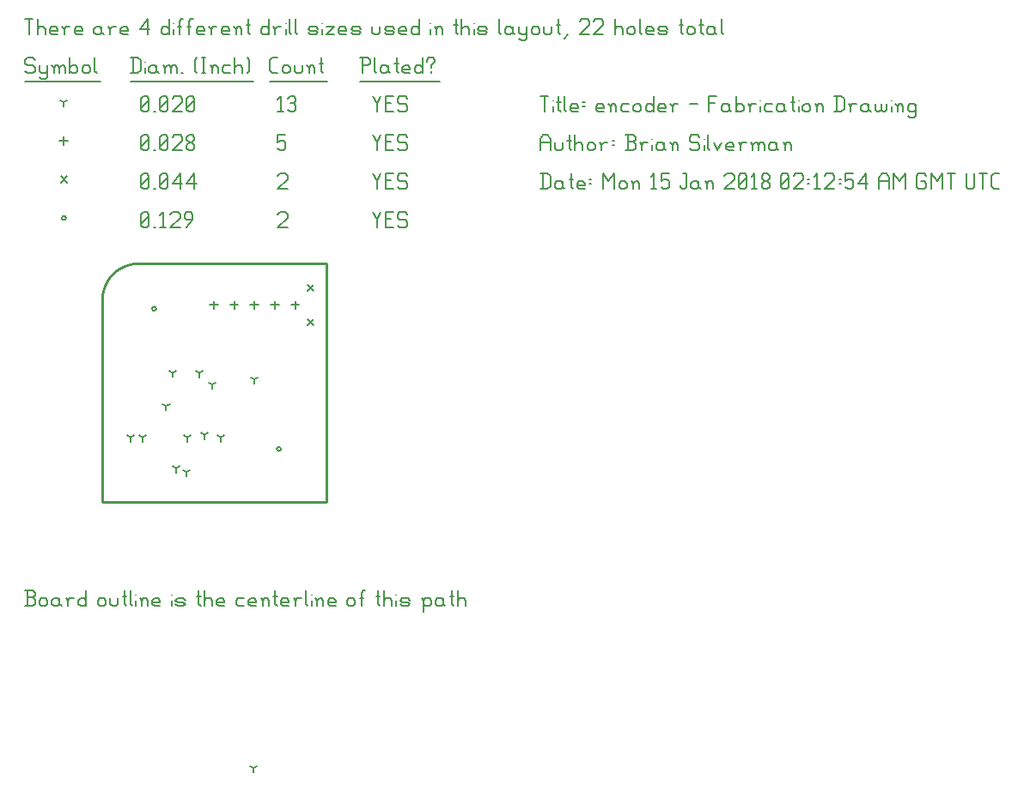
<source format=gbr>
G04 start of page 12 for group -3984 idx -3984 *
G04 Title: encoder, fab *
G04 Creator: pcb 20140316 *
G04 CreationDate: Mon 15 Jan 2018 02:12:54 AM GMT UTC *
G04 For: brian *
G04 Format: Gerber/RS-274X *
G04 PCB-Dimensions (mil): 1250.00 1300.00 *
G04 PCB-Coordinate-Origin: lower left *
%MOIN*%
%FSLAX25Y25*%
%LNFAB*%
%ADD65C,0.0100*%
%ADD64C,0.0075*%
%ADD63C,0.0060*%
%ADD62R,0.0080X0.0080*%
G54D62*X49200Y106000D02*G75*G03X50800Y106000I800J0D01*G01*
G75*G03X49200Y106000I-800J0D01*G01*
X97700Y51500D02*G75*G03X99300Y51500I800J0D01*G01*
G75*G03X97700Y51500I-800J0D01*G01*
X14200Y141250D02*G75*G03X15800Y141250I800J0D01*G01*
G75*G03X14200Y141250I-800J0D01*G01*
G54D63*X135000Y143500D02*X136500Y140500D01*
X138000Y143500D01*
X136500Y140500D02*Y137500D01*
X139800Y140800D02*X142050D01*
X139800Y137500D02*X142800D01*
X139800Y143500D02*Y137500D01*
Y143500D02*X142800D01*
X147600D02*X148350Y142750D01*
X145350Y143500D02*X147600D01*
X144600Y142750D02*X145350Y143500D01*
X144600Y142750D02*Y141250D01*
X145350Y140500D01*
X147600D01*
X148350Y139750D01*
Y138250D01*
X147600Y137500D02*X148350Y138250D01*
X145350Y137500D02*X147600D01*
X144600Y138250D02*X145350Y137500D01*
X98000Y142750D02*X98750Y143500D01*
X101000D01*
X101750Y142750D01*
Y141250D01*
X98000Y137500D02*X101750Y141250D01*
X98000Y137500D02*X101750D01*
X45000Y138250D02*X45750Y137500D01*
X45000Y142750D02*Y138250D01*
Y142750D02*X45750Y143500D01*
X47250D01*
X48000Y142750D01*
Y138250D01*
X47250Y137500D02*X48000Y138250D01*
X45750Y137500D02*X47250D01*
X45000Y139000D02*X48000Y142000D01*
X49800Y137500D02*X50550D01*
X52350Y142300D02*X53550Y143500D01*
Y137500D01*
X52350D02*X54600D01*
X56400Y142750D02*X57150Y143500D01*
X59400D01*
X60150Y142750D01*
Y141250D01*
X56400Y137500D02*X60150Y141250D01*
X56400Y137500D02*X60150D01*
X62700D02*X64950Y140500D01*
Y142750D02*Y140500D01*
X64200Y143500D02*X64950Y142750D01*
X62700Y143500D02*X64200D01*
X61950Y142750D02*X62700Y143500D01*
X61950Y142750D02*Y141250D01*
X62700Y140500D01*
X64950D01*
X109454Y115393D02*X111854Y112993D01*
X109454D02*X111854Y115393D01*
X109454Y102007D02*X111854Y99607D01*
X109454D02*X111854Y102007D01*
X13800Y157450D02*X16200Y155050D01*
X13800D02*X16200Y157450D01*
X135000Y158500D02*X136500Y155500D01*
X138000Y158500D01*
X136500Y155500D02*Y152500D01*
X139800Y155800D02*X142050D01*
X139800Y152500D02*X142800D01*
X139800Y158500D02*Y152500D01*
Y158500D02*X142800D01*
X147600D02*X148350Y157750D01*
X145350Y158500D02*X147600D01*
X144600Y157750D02*X145350Y158500D01*
X144600Y157750D02*Y156250D01*
X145350Y155500D01*
X147600D01*
X148350Y154750D01*
Y153250D01*
X147600Y152500D02*X148350Y153250D01*
X145350Y152500D02*X147600D01*
X144600Y153250D02*X145350Y152500D01*
X98000Y157750D02*X98750Y158500D01*
X101000D01*
X101750Y157750D01*
Y156250D01*
X98000Y152500D02*X101750Y156250D01*
X98000Y152500D02*X101750D01*
X45000Y153250D02*X45750Y152500D01*
X45000Y157750D02*Y153250D01*
Y157750D02*X45750Y158500D01*
X47250D01*
X48000Y157750D01*
Y153250D01*
X47250Y152500D02*X48000Y153250D01*
X45750Y152500D02*X47250D01*
X45000Y154000D02*X48000Y157000D01*
X49800Y152500D02*X50550D01*
X52350Y153250D02*X53100Y152500D01*
X52350Y157750D02*Y153250D01*
Y157750D02*X53100Y158500D01*
X54600D01*
X55350Y157750D01*
Y153250D01*
X54600Y152500D02*X55350Y153250D01*
X53100Y152500D02*X54600D01*
X52350Y154000D02*X55350Y157000D01*
X57150Y154750D02*X60150Y158500D01*
X57150Y154750D02*X60900D01*
X60150Y158500D02*Y152500D01*
X62700Y154750D02*X65700Y158500D01*
X62700Y154750D02*X66450D01*
X65700Y158500D02*Y152500D01*
X73252Y109100D02*Y105900D01*
X71652Y107500D02*X74852D01*
X81126Y109100D02*Y105900D01*
X79526Y107500D02*X82726D01*
X89000Y109100D02*Y105900D01*
X87400Y107500D02*X90600D01*
X96874Y109100D02*Y105900D01*
X95274Y107500D02*X98474D01*
X104748Y109100D02*Y105900D01*
X103148Y107500D02*X106348D01*
X15000Y172850D02*Y169650D01*
X13400Y171250D02*X16600D01*
X135000Y173500D02*X136500Y170500D01*
X138000Y173500D01*
X136500Y170500D02*Y167500D01*
X139800Y170800D02*X142050D01*
X139800Y167500D02*X142800D01*
X139800Y173500D02*Y167500D01*
Y173500D02*X142800D01*
X147600D02*X148350Y172750D01*
X145350Y173500D02*X147600D01*
X144600Y172750D02*X145350Y173500D01*
X144600Y172750D02*Y171250D01*
X145350Y170500D01*
X147600D01*
X148350Y169750D01*
Y168250D01*
X147600Y167500D02*X148350Y168250D01*
X145350Y167500D02*X147600D01*
X144600Y168250D02*X145350Y167500D01*
X98000Y173500D02*X101000D01*
X98000D02*Y170500D01*
X98750Y171250D01*
X100250D01*
X101000Y170500D01*
Y168250D01*
X100250Y167500D02*X101000Y168250D01*
X98750Y167500D02*X100250D01*
X98000Y168250D02*X98750Y167500D01*
X45000Y168250D02*X45750Y167500D01*
X45000Y172750D02*Y168250D01*
Y172750D02*X45750Y173500D01*
X47250D01*
X48000Y172750D01*
Y168250D01*
X47250Y167500D02*X48000Y168250D01*
X45750Y167500D02*X47250D01*
X45000Y169000D02*X48000Y172000D01*
X49800Y167500D02*X50550D01*
X52350Y168250D02*X53100Y167500D01*
X52350Y172750D02*Y168250D01*
Y172750D02*X53100Y173500D01*
X54600D01*
X55350Y172750D01*
Y168250D01*
X54600Y167500D02*X55350Y168250D01*
X53100Y167500D02*X54600D01*
X52350Y169000D02*X55350Y172000D01*
X57150Y172750D02*X57900Y173500D01*
X60150D01*
X60900Y172750D01*
Y171250D01*
X57150Y167500D02*X60900Y171250D01*
X57150Y167500D02*X60900D01*
X62700Y168250D02*X63450Y167500D01*
X62700Y169450D02*Y168250D01*
Y169450D02*X63750Y170500D01*
X64650D01*
X65700Y169450D01*
Y168250D01*
X64950Y167500D02*X65700Y168250D01*
X63450Y167500D02*X64950D01*
X62700Y171550D02*X63750Y170500D01*
X62700Y172750D02*Y171550D01*
Y172750D02*X63450Y173500D01*
X64950D01*
X65700Y172750D01*
Y171550D01*
X64650Y170500D02*X65700Y171550D01*
X88500Y-72500D02*Y-74100D01*
Y-72500D02*X89887Y-71700D01*
X88500Y-72500D02*X87113Y-71700D01*
X69500Y57000D02*Y55400D01*
Y57000D02*X70887Y57800D01*
X69500Y57000D02*X68113Y57800D01*
X62500Y42500D02*Y40900D01*
Y42500D02*X63887Y43300D01*
X62500Y42500D02*X61113Y43300D01*
X58500Y44000D02*Y42400D01*
Y44000D02*X59887Y44800D01*
X58500Y44000D02*X57113Y44800D01*
X89000Y78500D02*Y76900D01*
Y78500D02*X90387Y79300D01*
X89000Y78500D02*X87613Y79300D01*
X67500Y81000D02*Y79400D01*
Y81000D02*X68887Y81800D01*
X67500Y81000D02*X66113Y81800D01*
X72500Y76500D02*Y74900D01*
Y76500D02*X73887Y77300D01*
X72500Y76500D02*X71113Y77300D01*
X57300Y81100D02*Y79500D01*
Y81100D02*X58687Y81900D01*
X57300Y81100D02*X55913Y81900D01*
X45500Y56000D02*Y54400D01*
Y56000D02*X46887Y56800D01*
X45500Y56000D02*X44113Y56800D01*
X41000Y56000D02*Y54400D01*
Y56000D02*X42387Y56800D01*
X41000Y56000D02*X39613Y56800D01*
X76000Y56000D02*Y54400D01*
Y56000D02*X77387Y56800D01*
X76000Y56000D02*X74613Y56800D01*
X54735Y68265D02*Y66665D01*
Y68265D02*X56122Y69065D01*
X54735Y68265D02*X53349Y69065D01*
X63000Y56000D02*Y54400D01*
Y56000D02*X64387Y56800D01*
X63000Y56000D02*X61613Y56800D01*
X15000Y186250D02*Y184650D01*
Y186250D02*X16387Y187050D01*
X15000Y186250D02*X13613Y187050D01*
X135000Y188500D02*X136500Y185500D01*
X138000Y188500D01*
X136500Y185500D02*Y182500D01*
X139800Y185800D02*X142050D01*
X139800Y182500D02*X142800D01*
X139800Y188500D02*Y182500D01*
Y188500D02*X142800D01*
X147600D02*X148350Y187750D01*
X145350Y188500D02*X147600D01*
X144600Y187750D02*X145350Y188500D01*
X144600Y187750D02*Y186250D01*
X145350Y185500D01*
X147600D01*
X148350Y184750D01*
Y183250D01*
X147600Y182500D02*X148350Y183250D01*
X145350Y182500D02*X147600D01*
X144600Y183250D02*X145350Y182500D01*
X98000Y187300D02*X99200Y188500D01*
Y182500D01*
X98000D02*X100250D01*
X102050Y187750D02*X102800Y188500D01*
X104300D01*
X105050Y187750D01*
X104300Y182500D02*X105050Y183250D01*
X102800Y182500D02*X104300D01*
X102050Y183250D02*X102800Y182500D01*
Y185800D02*X104300D01*
X105050Y187750D02*Y186550D01*
Y185050D02*Y183250D01*
Y185050D02*X104300Y185800D01*
X105050Y186550D02*X104300Y185800D01*
X45000Y183250D02*X45750Y182500D01*
X45000Y187750D02*Y183250D01*
Y187750D02*X45750Y188500D01*
X47250D01*
X48000Y187750D01*
Y183250D01*
X47250Y182500D02*X48000Y183250D01*
X45750Y182500D02*X47250D01*
X45000Y184000D02*X48000Y187000D01*
X49800Y182500D02*X50550D01*
X52350Y183250D02*X53100Y182500D01*
X52350Y187750D02*Y183250D01*
Y187750D02*X53100Y188500D01*
X54600D01*
X55350Y187750D01*
Y183250D01*
X54600Y182500D02*X55350Y183250D01*
X53100Y182500D02*X54600D01*
X52350Y184000D02*X55350Y187000D01*
X57150Y187750D02*X57900Y188500D01*
X60150D01*
X60900Y187750D01*
Y186250D01*
X57150Y182500D02*X60900Y186250D01*
X57150Y182500D02*X60900D01*
X62700Y183250D02*X63450Y182500D01*
X62700Y187750D02*Y183250D01*
Y187750D02*X63450Y188500D01*
X64950D01*
X65700Y187750D01*
Y183250D01*
X64950Y182500D02*X65700Y183250D01*
X63450Y182500D02*X64950D01*
X62700Y184000D02*X65700Y187000D01*
X3000Y203500D02*X3750Y202750D01*
X750Y203500D02*X3000D01*
X0Y202750D02*X750Y203500D01*
X0Y202750D02*Y201250D01*
X750Y200500D01*
X3000D01*
X3750Y199750D01*
Y198250D01*
X3000Y197500D02*X3750Y198250D01*
X750Y197500D02*X3000D01*
X0Y198250D02*X750Y197500D01*
X5550Y200500D02*Y198250D01*
X6300Y197500D01*
X8550Y200500D02*Y196000D01*
X7800Y195250D02*X8550Y196000D01*
X6300Y195250D02*X7800D01*
X5550Y196000D02*X6300Y195250D01*
Y197500D02*X7800D01*
X8550Y198250D01*
X11100Y199750D02*Y197500D01*
Y199750D02*X11850Y200500D01*
X12600D01*
X13350Y199750D01*
Y197500D01*
Y199750D02*X14100Y200500D01*
X14850D01*
X15600Y199750D01*
Y197500D01*
X10350Y200500D02*X11100Y199750D01*
X17400Y203500D02*Y197500D01*
Y198250D02*X18150Y197500D01*
X19650D01*
X20400Y198250D01*
Y199750D02*Y198250D01*
X19650Y200500D02*X20400Y199750D01*
X18150Y200500D02*X19650D01*
X17400Y199750D02*X18150Y200500D01*
X22200Y199750D02*Y198250D01*
Y199750D02*X22950Y200500D01*
X24450D01*
X25200Y199750D01*
Y198250D01*
X24450Y197500D02*X25200Y198250D01*
X22950Y197500D02*X24450D01*
X22200Y198250D02*X22950Y197500D01*
X27000Y203500D02*Y198250D01*
X27750Y197500D01*
X0Y194250D02*X29250D01*
X41750Y203500D02*Y197500D01*
X43700Y203500D02*X44750Y202450D01*
Y198550D01*
X43700Y197500D02*X44750Y198550D01*
X41000Y197500D02*X43700D01*
X41000Y203500D02*X43700D01*
G54D64*X46550Y202000D02*Y201850D01*
G54D63*Y199750D02*Y197500D01*
X50300Y200500D02*X51050Y199750D01*
X48800Y200500D02*X50300D01*
X48050Y199750D02*X48800Y200500D01*
X48050Y199750D02*Y198250D01*
X48800Y197500D01*
X51050Y200500D02*Y198250D01*
X51800Y197500D01*
X48800D02*X50300D01*
X51050Y198250D01*
X54350Y199750D02*Y197500D01*
Y199750D02*X55100Y200500D01*
X55850D01*
X56600Y199750D01*
Y197500D01*
Y199750D02*X57350Y200500D01*
X58100D01*
X58850Y199750D01*
Y197500D01*
X53600Y200500D02*X54350Y199750D01*
X60650Y197500D02*X61400D01*
X65900Y198250D02*X66650Y197500D01*
X65900Y202750D02*X66650Y203500D01*
X65900Y202750D02*Y198250D01*
X68450Y203500D02*X69950D01*
X69200D02*Y197500D01*
X68450D02*X69950D01*
X72500Y199750D02*Y197500D01*
Y199750D02*X73250Y200500D01*
X74000D01*
X74750Y199750D01*
Y197500D01*
X71750Y200500D02*X72500Y199750D01*
X77300Y200500D02*X79550D01*
X76550Y199750D02*X77300Y200500D01*
X76550Y199750D02*Y198250D01*
X77300Y197500D01*
X79550D01*
X81350Y203500D02*Y197500D01*
Y199750D02*X82100Y200500D01*
X83600D01*
X84350Y199750D01*
Y197500D01*
X86150Y203500D02*X86900Y202750D01*
Y198250D01*
X86150Y197500D02*X86900Y198250D01*
X41000Y194250D02*X88700D01*
X96050Y197500D02*X98000D01*
X95000Y198550D02*X96050Y197500D01*
X95000Y202450D02*Y198550D01*
Y202450D02*X96050Y203500D01*
X98000D01*
X99800Y199750D02*Y198250D01*
Y199750D02*X100550Y200500D01*
X102050D01*
X102800Y199750D01*
Y198250D01*
X102050Y197500D02*X102800Y198250D01*
X100550Y197500D02*X102050D01*
X99800Y198250D02*X100550Y197500D01*
X104600Y200500D02*Y198250D01*
X105350Y197500D01*
X106850D01*
X107600Y198250D01*
Y200500D02*Y198250D01*
X110150Y199750D02*Y197500D01*
Y199750D02*X110900Y200500D01*
X111650D01*
X112400Y199750D01*
Y197500D01*
X109400Y200500D02*X110150Y199750D01*
X114950Y203500D02*Y198250D01*
X115700Y197500D01*
X114200Y201250D02*X115700D01*
X95000Y194250D02*X117200D01*
X130750Y203500D02*Y197500D01*
X130000Y203500D02*X133000D01*
X133750Y202750D01*
Y201250D01*
X133000Y200500D02*X133750Y201250D01*
X130750Y200500D02*X133000D01*
X135550Y203500D02*Y198250D01*
X136300Y197500D01*
X140050Y200500D02*X140800Y199750D01*
X138550Y200500D02*X140050D01*
X137800Y199750D02*X138550Y200500D01*
X137800Y199750D02*Y198250D01*
X138550Y197500D01*
X140800Y200500D02*Y198250D01*
X141550Y197500D01*
X138550D02*X140050D01*
X140800Y198250D01*
X144100Y203500D02*Y198250D01*
X144850Y197500D01*
X143350Y201250D02*X144850D01*
X147100Y197500D02*X149350D01*
X146350Y198250D02*X147100Y197500D01*
X146350Y199750D02*Y198250D01*
Y199750D02*X147100Y200500D01*
X148600D01*
X149350Y199750D01*
X146350Y199000D02*X149350D01*
Y199750D02*Y199000D01*
X154150Y203500D02*Y197500D01*
X153400D02*X154150Y198250D01*
X151900Y197500D02*X153400D01*
X151150Y198250D02*X151900Y197500D01*
X151150Y199750D02*Y198250D01*
Y199750D02*X151900Y200500D01*
X153400D01*
X154150Y199750D01*
X157450Y200500D02*Y199750D01*
Y198250D02*Y197500D01*
X155950Y202750D02*Y202000D01*
Y202750D02*X156700Y203500D01*
X158200D01*
X158950Y202750D01*
Y202000D01*
X157450Y200500D02*X158950Y202000D01*
X130000Y194250D02*X160750D01*
X0Y218500D02*X3000D01*
X1500D02*Y212500D01*
X4800Y218500D02*Y212500D01*
Y214750D02*X5550Y215500D01*
X7050D01*
X7800Y214750D01*
Y212500D01*
X10350D02*X12600D01*
X9600Y213250D02*X10350Y212500D01*
X9600Y214750D02*Y213250D01*
Y214750D02*X10350Y215500D01*
X11850D01*
X12600Y214750D01*
X9600Y214000D02*X12600D01*
Y214750D02*Y214000D01*
X15150Y214750D02*Y212500D01*
Y214750D02*X15900Y215500D01*
X17400D01*
X14400D02*X15150Y214750D01*
X19950Y212500D02*X22200D01*
X19200Y213250D02*X19950Y212500D01*
X19200Y214750D02*Y213250D01*
Y214750D02*X19950Y215500D01*
X21450D01*
X22200Y214750D01*
X19200Y214000D02*X22200D01*
Y214750D02*Y214000D01*
X28950Y215500D02*X29700Y214750D01*
X27450Y215500D02*X28950D01*
X26700Y214750D02*X27450Y215500D01*
X26700Y214750D02*Y213250D01*
X27450Y212500D01*
X29700Y215500D02*Y213250D01*
X30450Y212500D01*
X27450D02*X28950D01*
X29700Y213250D01*
X33000Y214750D02*Y212500D01*
Y214750D02*X33750Y215500D01*
X35250D01*
X32250D02*X33000Y214750D01*
X37800Y212500D02*X40050D01*
X37050Y213250D02*X37800Y212500D01*
X37050Y214750D02*Y213250D01*
Y214750D02*X37800Y215500D01*
X39300D01*
X40050Y214750D01*
X37050Y214000D02*X40050D01*
Y214750D02*Y214000D01*
X44550Y214750D02*X47550Y218500D01*
X44550Y214750D02*X48300D01*
X47550Y218500D02*Y212500D01*
X55800Y218500D02*Y212500D01*
X55050D02*X55800Y213250D01*
X53550Y212500D02*X55050D01*
X52800Y213250D02*X53550Y212500D01*
X52800Y214750D02*Y213250D01*
Y214750D02*X53550Y215500D01*
X55050D01*
X55800Y214750D01*
G54D64*X57600Y217000D02*Y216850D01*
G54D63*Y214750D02*Y212500D01*
X59850Y217750D02*Y212500D01*
Y217750D02*X60600Y218500D01*
X61350D01*
X59100Y215500D02*X60600D01*
X63600Y217750D02*Y212500D01*
Y217750D02*X64350Y218500D01*
X65100D01*
X62850Y215500D02*X64350D01*
X67350Y212500D02*X69600D01*
X66600Y213250D02*X67350Y212500D01*
X66600Y214750D02*Y213250D01*
Y214750D02*X67350Y215500D01*
X68850D01*
X69600Y214750D01*
X66600Y214000D02*X69600D01*
Y214750D02*Y214000D01*
X72150Y214750D02*Y212500D01*
Y214750D02*X72900Y215500D01*
X74400D01*
X71400D02*X72150Y214750D01*
X76950Y212500D02*X79200D01*
X76200Y213250D02*X76950Y212500D01*
X76200Y214750D02*Y213250D01*
Y214750D02*X76950Y215500D01*
X78450D01*
X79200Y214750D01*
X76200Y214000D02*X79200D01*
Y214750D02*Y214000D01*
X81750Y214750D02*Y212500D01*
Y214750D02*X82500Y215500D01*
X83250D01*
X84000Y214750D01*
Y212500D01*
X81000Y215500D02*X81750Y214750D01*
X86550Y218500D02*Y213250D01*
X87300Y212500D01*
X85800Y216250D02*X87300D01*
X94500Y218500D02*Y212500D01*
X93750D02*X94500Y213250D01*
X92250Y212500D02*X93750D01*
X91500Y213250D02*X92250Y212500D01*
X91500Y214750D02*Y213250D01*
Y214750D02*X92250Y215500D01*
X93750D01*
X94500Y214750D01*
X97050D02*Y212500D01*
Y214750D02*X97800Y215500D01*
X99300D01*
X96300D02*X97050Y214750D01*
G54D64*X101100Y217000D02*Y216850D01*
G54D63*Y214750D02*Y212500D01*
X102600Y218500D02*Y213250D01*
X103350Y212500D01*
X104850Y218500D02*Y213250D01*
X105600Y212500D01*
X110550D02*X112800D01*
X113550Y213250D01*
X112800Y214000D02*X113550Y213250D01*
X110550Y214000D02*X112800D01*
X109800Y214750D02*X110550Y214000D01*
X109800Y214750D02*X110550Y215500D01*
X112800D01*
X113550Y214750D01*
X109800Y213250D02*X110550Y212500D01*
G54D64*X115350Y217000D02*Y216850D01*
G54D63*Y214750D02*Y212500D01*
X116850Y215500D02*X119850D01*
X116850Y212500D02*X119850Y215500D01*
X116850Y212500D02*X119850D01*
X122400D02*X124650D01*
X121650Y213250D02*X122400Y212500D01*
X121650Y214750D02*Y213250D01*
Y214750D02*X122400Y215500D01*
X123900D01*
X124650Y214750D01*
X121650Y214000D02*X124650D01*
Y214750D02*Y214000D01*
X127200Y212500D02*X129450D01*
X130200Y213250D01*
X129450Y214000D02*X130200Y213250D01*
X127200Y214000D02*X129450D01*
X126450Y214750D02*X127200Y214000D01*
X126450Y214750D02*X127200Y215500D01*
X129450D01*
X130200Y214750D01*
X126450Y213250D02*X127200Y212500D01*
X134700Y215500D02*Y213250D01*
X135450Y212500D01*
X136950D01*
X137700Y213250D01*
Y215500D02*Y213250D01*
X140250Y212500D02*X142500D01*
X143250Y213250D01*
X142500Y214000D02*X143250Y213250D01*
X140250Y214000D02*X142500D01*
X139500Y214750D02*X140250Y214000D01*
X139500Y214750D02*X140250Y215500D01*
X142500D01*
X143250Y214750D01*
X139500Y213250D02*X140250Y212500D01*
X145800D02*X148050D01*
X145050Y213250D02*X145800Y212500D01*
X145050Y214750D02*Y213250D01*
Y214750D02*X145800Y215500D01*
X147300D01*
X148050Y214750D01*
X145050Y214000D02*X148050D01*
Y214750D02*Y214000D01*
X152850Y218500D02*Y212500D01*
X152100D02*X152850Y213250D01*
X150600Y212500D02*X152100D01*
X149850Y213250D02*X150600Y212500D01*
X149850Y214750D02*Y213250D01*
Y214750D02*X150600Y215500D01*
X152100D01*
X152850Y214750D01*
G54D64*X157350Y217000D02*Y216850D01*
G54D63*Y214750D02*Y212500D01*
X159600Y214750D02*Y212500D01*
Y214750D02*X160350Y215500D01*
X161100D01*
X161850Y214750D01*
Y212500D01*
X158850Y215500D02*X159600Y214750D01*
X167100Y218500D02*Y213250D01*
X167850Y212500D01*
X166350Y216250D02*X167850D01*
X169350Y218500D02*Y212500D01*
Y214750D02*X170100Y215500D01*
X171600D01*
X172350Y214750D01*
Y212500D01*
G54D64*X174150Y217000D02*Y216850D01*
G54D63*Y214750D02*Y212500D01*
X176400D02*X178650D01*
X179400Y213250D01*
X178650Y214000D02*X179400Y213250D01*
X176400Y214000D02*X178650D01*
X175650Y214750D02*X176400Y214000D01*
X175650Y214750D02*X176400Y215500D01*
X178650D01*
X179400Y214750D01*
X175650Y213250D02*X176400Y212500D01*
X183900Y218500D02*Y213250D01*
X184650Y212500D01*
X188400Y215500D02*X189150Y214750D01*
X186900Y215500D02*X188400D01*
X186150Y214750D02*X186900Y215500D01*
X186150Y214750D02*Y213250D01*
X186900Y212500D01*
X189150Y215500D02*Y213250D01*
X189900Y212500D01*
X186900D02*X188400D01*
X189150Y213250D01*
X191700Y215500D02*Y213250D01*
X192450Y212500D01*
X194700Y215500D02*Y211000D01*
X193950Y210250D02*X194700Y211000D01*
X192450Y210250D02*X193950D01*
X191700Y211000D02*X192450Y210250D01*
Y212500D02*X193950D01*
X194700Y213250D01*
X196500Y214750D02*Y213250D01*
Y214750D02*X197250Y215500D01*
X198750D01*
X199500Y214750D01*
Y213250D01*
X198750Y212500D02*X199500Y213250D01*
X197250Y212500D02*X198750D01*
X196500Y213250D02*X197250Y212500D01*
X201300Y215500D02*Y213250D01*
X202050Y212500D01*
X203550D01*
X204300Y213250D01*
Y215500D02*Y213250D01*
X206850Y218500D02*Y213250D01*
X207600Y212500D01*
X206100Y216250D02*X207600D01*
X209100Y211000D02*X210600Y212500D01*
X215100Y217750D02*X215850Y218500D01*
X218100D01*
X218850Y217750D01*
Y216250D01*
X215100Y212500D02*X218850Y216250D01*
X215100Y212500D02*X218850D01*
X220650Y217750D02*X221400Y218500D01*
X223650D01*
X224400Y217750D01*
Y216250D01*
X220650Y212500D02*X224400Y216250D01*
X220650Y212500D02*X224400D01*
X228900Y218500D02*Y212500D01*
Y214750D02*X229650Y215500D01*
X231150D01*
X231900Y214750D01*
Y212500D01*
X233700Y214750D02*Y213250D01*
Y214750D02*X234450Y215500D01*
X235950D01*
X236700Y214750D01*
Y213250D01*
X235950Y212500D02*X236700Y213250D01*
X234450Y212500D02*X235950D01*
X233700Y213250D02*X234450Y212500D01*
X238500Y218500D02*Y213250D01*
X239250Y212500D01*
X241500D02*X243750D01*
X240750Y213250D02*X241500Y212500D01*
X240750Y214750D02*Y213250D01*
Y214750D02*X241500Y215500D01*
X243000D01*
X243750Y214750D01*
X240750Y214000D02*X243750D01*
Y214750D02*Y214000D01*
X246300Y212500D02*X248550D01*
X249300Y213250D01*
X248550Y214000D02*X249300Y213250D01*
X246300Y214000D02*X248550D01*
X245550Y214750D02*X246300Y214000D01*
X245550Y214750D02*X246300Y215500D01*
X248550D01*
X249300Y214750D01*
X245550Y213250D02*X246300Y212500D01*
X254550Y218500D02*Y213250D01*
X255300Y212500D01*
X253800Y216250D02*X255300D01*
X256800Y214750D02*Y213250D01*
Y214750D02*X257550Y215500D01*
X259050D01*
X259800Y214750D01*
Y213250D01*
X259050Y212500D02*X259800Y213250D01*
X257550Y212500D02*X259050D01*
X256800Y213250D02*X257550Y212500D01*
X262350Y218500D02*Y213250D01*
X263100Y212500D01*
X261600Y216250D02*X263100D01*
X266850Y215500D02*X267600Y214750D01*
X265350Y215500D02*X266850D01*
X264600Y214750D02*X265350Y215500D01*
X264600Y214750D02*Y213250D01*
X265350Y212500D01*
X267600Y215500D02*Y213250D01*
X268350Y212500D01*
X265350D02*X266850D01*
X267600Y213250D01*
X270150Y218500D02*Y213250D01*
X270900Y212500D01*
G54D65*X30000Y109500D02*Y31000D01*
X117000D02*Y123500D01*
X44000D02*X117000D01*
X30000Y31000D02*X117000D01*
X44000Y123500D02*G75*G03X30000Y109500I0J-14000D01*G01*
G54D63*X0Y-9500D02*X3000D01*
X3750Y-8750D01*
Y-6950D02*Y-8750D01*
X3000Y-6200D02*X3750Y-6950D01*
X750Y-6200D02*X3000D01*
X750Y-3500D02*Y-9500D01*
X0Y-3500D02*X3000D01*
X3750Y-4250D01*
Y-5450D01*
X3000Y-6200D02*X3750Y-5450D01*
X5550Y-7250D02*Y-8750D01*
Y-7250D02*X6300Y-6500D01*
X7800D01*
X8550Y-7250D01*
Y-8750D01*
X7800Y-9500D02*X8550Y-8750D01*
X6300Y-9500D02*X7800D01*
X5550Y-8750D02*X6300Y-9500D01*
X12600Y-6500D02*X13350Y-7250D01*
X11100Y-6500D02*X12600D01*
X10350Y-7250D02*X11100Y-6500D01*
X10350Y-7250D02*Y-8750D01*
X11100Y-9500D01*
X13350Y-6500D02*Y-8750D01*
X14100Y-9500D01*
X11100D02*X12600D01*
X13350Y-8750D01*
X16650Y-7250D02*Y-9500D01*
Y-7250D02*X17400Y-6500D01*
X18900D01*
X15900D02*X16650Y-7250D01*
X23700Y-3500D02*Y-9500D01*
X22950D02*X23700Y-8750D01*
X21450Y-9500D02*X22950D01*
X20700Y-8750D02*X21450Y-9500D01*
X20700Y-7250D02*Y-8750D01*
Y-7250D02*X21450Y-6500D01*
X22950D01*
X23700Y-7250D01*
X28200D02*Y-8750D01*
Y-7250D02*X28950Y-6500D01*
X30450D01*
X31200Y-7250D01*
Y-8750D01*
X30450Y-9500D02*X31200Y-8750D01*
X28950Y-9500D02*X30450D01*
X28200Y-8750D02*X28950Y-9500D01*
X33000Y-6500D02*Y-8750D01*
X33750Y-9500D01*
X35250D01*
X36000Y-8750D01*
Y-6500D02*Y-8750D01*
X38550Y-3500D02*Y-8750D01*
X39300Y-9500D01*
X37800Y-5750D02*X39300D01*
X40800Y-3500D02*Y-8750D01*
X41550Y-9500D01*
G54D64*X43050Y-5000D02*Y-5150D01*
G54D63*Y-7250D02*Y-9500D01*
X45300Y-7250D02*Y-9500D01*
Y-7250D02*X46050Y-6500D01*
X46800D01*
X47550Y-7250D01*
Y-9500D01*
X44550Y-6500D02*X45300Y-7250D01*
X50100Y-9500D02*X52350D01*
X49350Y-8750D02*X50100Y-9500D01*
X49350Y-7250D02*Y-8750D01*
Y-7250D02*X50100Y-6500D01*
X51600D01*
X52350Y-7250D01*
X49350Y-8000D02*X52350D01*
Y-7250D02*Y-8000D01*
G54D64*X56850Y-5000D02*Y-5150D01*
G54D63*Y-7250D02*Y-9500D01*
X59100D02*X61350D01*
X62100Y-8750D01*
X61350Y-8000D02*X62100Y-8750D01*
X59100Y-8000D02*X61350D01*
X58350Y-7250D02*X59100Y-8000D01*
X58350Y-7250D02*X59100Y-6500D01*
X61350D01*
X62100Y-7250D01*
X58350Y-8750D02*X59100Y-9500D01*
X67350Y-3500D02*Y-8750D01*
X68100Y-9500D01*
X66600Y-5750D02*X68100D01*
X69600Y-3500D02*Y-9500D01*
Y-7250D02*X70350Y-6500D01*
X71850D01*
X72600Y-7250D01*
Y-9500D01*
X75150D02*X77400D01*
X74400Y-8750D02*X75150Y-9500D01*
X74400Y-7250D02*Y-8750D01*
Y-7250D02*X75150Y-6500D01*
X76650D01*
X77400Y-7250D01*
X74400Y-8000D02*X77400D01*
Y-7250D02*Y-8000D01*
X82650Y-6500D02*X84900D01*
X81900Y-7250D02*X82650Y-6500D01*
X81900Y-7250D02*Y-8750D01*
X82650Y-9500D01*
X84900D01*
X87450D02*X89700D01*
X86700Y-8750D02*X87450Y-9500D01*
X86700Y-7250D02*Y-8750D01*
Y-7250D02*X87450Y-6500D01*
X88950D01*
X89700Y-7250D01*
X86700Y-8000D02*X89700D01*
Y-7250D02*Y-8000D01*
X92250Y-7250D02*Y-9500D01*
Y-7250D02*X93000Y-6500D01*
X93750D01*
X94500Y-7250D01*
Y-9500D01*
X91500Y-6500D02*X92250Y-7250D01*
X97050Y-3500D02*Y-8750D01*
X97800Y-9500D01*
X96300Y-5750D02*X97800D01*
X100050Y-9500D02*X102300D01*
X99300Y-8750D02*X100050Y-9500D01*
X99300Y-7250D02*Y-8750D01*
Y-7250D02*X100050Y-6500D01*
X101550D01*
X102300Y-7250D01*
X99300Y-8000D02*X102300D01*
Y-7250D02*Y-8000D01*
X104850Y-7250D02*Y-9500D01*
Y-7250D02*X105600Y-6500D01*
X107100D01*
X104100D02*X104850Y-7250D01*
X108900Y-3500D02*Y-8750D01*
X109650Y-9500D01*
G54D64*X111150Y-5000D02*Y-5150D01*
G54D63*Y-7250D02*Y-9500D01*
X113400Y-7250D02*Y-9500D01*
Y-7250D02*X114150Y-6500D01*
X114900D01*
X115650Y-7250D01*
Y-9500D01*
X112650Y-6500D02*X113400Y-7250D01*
X118200Y-9500D02*X120450D01*
X117450Y-8750D02*X118200Y-9500D01*
X117450Y-7250D02*Y-8750D01*
Y-7250D02*X118200Y-6500D01*
X119700D01*
X120450Y-7250D01*
X117450Y-8000D02*X120450D01*
Y-7250D02*Y-8000D01*
X124950Y-7250D02*Y-8750D01*
Y-7250D02*X125700Y-6500D01*
X127200D01*
X127950Y-7250D01*
Y-8750D01*
X127200Y-9500D02*X127950Y-8750D01*
X125700Y-9500D02*X127200D01*
X124950Y-8750D02*X125700Y-9500D01*
X130500Y-4250D02*Y-9500D01*
Y-4250D02*X131250Y-3500D01*
X132000D01*
X129750Y-6500D02*X131250D01*
X136950Y-3500D02*Y-8750D01*
X137700Y-9500D01*
X136200Y-5750D02*X137700D01*
X139200Y-3500D02*Y-9500D01*
Y-7250D02*X139950Y-6500D01*
X141450D01*
X142200Y-7250D01*
Y-9500D01*
G54D64*X144000Y-5000D02*Y-5150D01*
G54D63*Y-7250D02*Y-9500D01*
X146250D02*X148500D01*
X149250Y-8750D01*
X148500Y-8000D02*X149250Y-8750D01*
X146250Y-8000D02*X148500D01*
X145500Y-7250D02*X146250Y-8000D01*
X145500Y-7250D02*X146250Y-6500D01*
X148500D01*
X149250Y-7250D01*
X145500Y-8750D02*X146250Y-9500D01*
X154500Y-7250D02*Y-11750D01*
X153750Y-6500D02*X154500Y-7250D01*
X155250Y-6500D01*
X156750D01*
X157500Y-7250D01*
Y-8750D01*
X156750Y-9500D02*X157500Y-8750D01*
X155250Y-9500D02*X156750D01*
X154500Y-8750D02*X155250Y-9500D01*
X161550Y-6500D02*X162300Y-7250D01*
X160050Y-6500D02*X161550D01*
X159300Y-7250D02*X160050Y-6500D01*
X159300Y-7250D02*Y-8750D01*
X160050Y-9500D01*
X162300Y-6500D02*Y-8750D01*
X163050Y-9500D01*
X160050D02*X161550D01*
X162300Y-8750D01*
X165600Y-3500D02*Y-8750D01*
X166350Y-9500D01*
X164850Y-5750D02*X166350D01*
X167850Y-3500D02*Y-9500D01*
Y-7250D02*X168600Y-6500D01*
X170100D01*
X170850Y-7250D01*
Y-9500D01*
X200750Y158500D02*Y152500D01*
X202700Y158500D02*X203750Y157450D01*
Y153550D01*
X202700Y152500D02*X203750Y153550D01*
X200000Y152500D02*X202700D01*
X200000Y158500D02*X202700D01*
X207800Y155500D02*X208550Y154750D01*
X206300Y155500D02*X207800D01*
X205550Y154750D02*X206300Y155500D01*
X205550Y154750D02*Y153250D01*
X206300Y152500D01*
X208550Y155500D02*Y153250D01*
X209300Y152500D01*
X206300D02*X207800D01*
X208550Y153250D01*
X211850Y158500D02*Y153250D01*
X212600Y152500D01*
X211100Y156250D02*X212600D01*
X214850Y152500D02*X217100D01*
X214100Y153250D02*X214850Y152500D01*
X214100Y154750D02*Y153250D01*
Y154750D02*X214850Y155500D01*
X216350D01*
X217100Y154750D01*
X214100Y154000D02*X217100D01*
Y154750D02*Y154000D01*
X218900Y156250D02*X219650D01*
X218900Y154750D02*X219650D01*
X224150Y158500D02*Y152500D01*
Y158500D02*X226400Y155500D01*
X228650Y158500D01*
Y152500D01*
X230450Y154750D02*Y153250D01*
Y154750D02*X231200Y155500D01*
X232700D01*
X233450Y154750D01*
Y153250D01*
X232700Y152500D02*X233450Y153250D01*
X231200Y152500D02*X232700D01*
X230450Y153250D02*X231200Y152500D01*
X236000Y154750D02*Y152500D01*
Y154750D02*X236750Y155500D01*
X237500D01*
X238250Y154750D01*
Y152500D01*
X235250Y155500D02*X236000Y154750D01*
X242750Y157300D02*X243950Y158500D01*
Y152500D01*
X242750D02*X245000D01*
X246800Y158500D02*X249800D01*
X246800D02*Y155500D01*
X247550Y156250D01*
X249050D01*
X249800Y155500D01*
Y153250D01*
X249050Y152500D02*X249800Y153250D01*
X247550Y152500D02*X249050D01*
X246800Y153250D02*X247550Y152500D01*
X255350Y158500D02*X256550D01*
Y153250D01*
X255800Y152500D02*X256550Y153250D01*
X255050Y152500D02*X255800D01*
X254300Y153250D02*X255050Y152500D01*
X254300Y154000D02*Y153250D01*
X260600Y155500D02*X261350Y154750D01*
X259100Y155500D02*X260600D01*
X258350Y154750D02*X259100Y155500D01*
X258350Y154750D02*Y153250D01*
X259100Y152500D01*
X261350Y155500D02*Y153250D01*
X262100Y152500D01*
X259100D02*X260600D01*
X261350Y153250D01*
X264650Y154750D02*Y152500D01*
Y154750D02*X265400Y155500D01*
X266150D01*
X266900Y154750D01*
Y152500D01*
X263900Y155500D02*X264650Y154750D01*
X271400Y157750D02*X272150Y158500D01*
X274400D01*
X275150Y157750D01*
Y156250D01*
X271400Y152500D02*X275150Y156250D01*
X271400Y152500D02*X275150D01*
X276950Y153250D02*X277700Y152500D01*
X276950Y157750D02*Y153250D01*
Y157750D02*X277700Y158500D01*
X279200D01*
X279950Y157750D01*
Y153250D01*
X279200Y152500D02*X279950Y153250D01*
X277700Y152500D02*X279200D01*
X276950Y154000D02*X279950Y157000D01*
X281750Y157300D02*X282950Y158500D01*
Y152500D01*
X281750D02*X284000D01*
X285800Y153250D02*X286550Y152500D01*
X285800Y154450D02*Y153250D01*
Y154450D02*X286850Y155500D01*
X287750D01*
X288800Y154450D01*
Y153250D01*
X288050Y152500D02*X288800Y153250D01*
X286550Y152500D02*X288050D01*
X285800Y156550D02*X286850Y155500D01*
X285800Y157750D02*Y156550D01*
Y157750D02*X286550Y158500D01*
X288050D01*
X288800Y157750D01*
Y156550D01*
X287750Y155500D02*X288800Y156550D01*
X293300Y153250D02*X294050Y152500D01*
X293300Y157750D02*Y153250D01*
Y157750D02*X294050Y158500D01*
X295550D01*
X296300Y157750D01*
Y153250D01*
X295550Y152500D02*X296300Y153250D01*
X294050Y152500D02*X295550D01*
X293300Y154000D02*X296300Y157000D01*
X298100Y157750D02*X298850Y158500D01*
X301100D01*
X301850Y157750D01*
Y156250D01*
X298100Y152500D02*X301850Y156250D01*
X298100Y152500D02*X301850D01*
X303650Y156250D02*X304400D01*
X303650Y154750D02*X304400D01*
X306200Y157300D02*X307400Y158500D01*
Y152500D01*
X306200D02*X308450D01*
X310250Y157750D02*X311000Y158500D01*
X313250D01*
X314000Y157750D01*
Y156250D01*
X310250Y152500D02*X314000Y156250D01*
X310250Y152500D02*X314000D01*
X315800Y156250D02*X316550D01*
X315800Y154750D02*X316550D01*
X318350Y158500D02*X321350D01*
X318350D02*Y155500D01*
X319100Y156250D01*
X320600D01*
X321350Y155500D01*
Y153250D01*
X320600Y152500D02*X321350Y153250D01*
X319100Y152500D02*X320600D01*
X318350Y153250D02*X319100Y152500D01*
X323150Y154750D02*X326150Y158500D01*
X323150Y154750D02*X326900D01*
X326150Y158500D02*Y152500D01*
X331400Y157000D02*Y152500D01*
Y157000D02*X332450Y158500D01*
X334100D01*
X335150Y157000D01*
Y152500D01*
X331400Y155500D02*X335150D01*
X336950Y158500D02*Y152500D01*
Y158500D02*X339200Y155500D01*
X341450Y158500D01*
Y152500D01*
X348950Y158500D02*X349700Y157750D01*
X346700Y158500D02*X348950D01*
X345950Y157750D02*X346700Y158500D01*
X345950Y157750D02*Y153250D01*
X346700Y152500D01*
X348950D01*
X349700Y153250D01*
Y154750D02*Y153250D01*
X348950Y155500D02*X349700Y154750D01*
X347450Y155500D02*X348950D01*
X351500Y158500D02*Y152500D01*
Y158500D02*X353750Y155500D01*
X356000Y158500D01*
Y152500D01*
X357800Y158500D02*X360800D01*
X359300D02*Y152500D01*
X365300Y158500D02*Y153250D01*
X366050Y152500D01*
X367550D01*
X368300Y153250D01*
Y158500D02*Y153250D01*
X370100Y158500D02*X373100D01*
X371600D02*Y152500D01*
X375950D02*X377900D01*
X374900Y153550D02*X375950Y152500D01*
X374900Y157450D02*Y153550D01*
Y157450D02*X375950Y158500D01*
X377900D01*
X200000Y172000D02*Y167500D01*
Y172000D02*X201050Y173500D01*
X202700D01*
X203750Y172000D01*
Y167500D01*
X200000Y170500D02*X203750D01*
X205550D02*Y168250D01*
X206300Y167500D01*
X207800D01*
X208550Y168250D01*
Y170500D02*Y168250D01*
X211100Y173500D02*Y168250D01*
X211850Y167500D01*
X210350Y171250D02*X211850D01*
X213350Y173500D02*Y167500D01*
Y169750D02*X214100Y170500D01*
X215600D01*
X216350Y169750D01*
Y167500D01*
X218150Y169750D02*Y168250D01*
Y169750D02*X218900Y170500D01*
X220400D01*
X221150Y169750D01*
Y168250D01*
X220400Y167500D02*X221150Y168250D01*
X218900Y167500D02*X220400D01*
X218150Y168250D02*X218900Y167500D01*
X223700Y169750D02*Y167500D01*
Y169750D02*X224450Y170500D01*
X225950D01*
X222950D02*X223700Y169750D01*
X227750Y171250D02*X228500D01*
X227750Y169750D02*X228500D01*
X233000Y167500D02*X236000D01*
X236750Y168250D01*
Y170050D02*Y168250D01*
X236000Y170800D02*X236750Y170050D01*
X233750Y170800D02*X236000D01*
X233750Y173500D02*Y167500D01*
X233000Y173500D02*X236000D01*
X236750Y172750D01*
Y171550D01*
X236000Y170800D02*X236750Y171550D01*
X239300Y169750D02*Y167500D01*
Y169750D02*X240050Y170500D01*
X241550D01*
X238550D02*X239300Y169750D01*
G54D64*X243350Y172000D02*Y171850D01*
G54D63*Y169750D02*Y167500D01*
X247100Y170500D02*X247850Y169750D01*
X245600Y170500D02*X247100D01*
X244850Y169750D02*X245600Y170500D01*
X244850Y169750D02*Y168250D01*
X245600Y167500D01*
X247850Y170500D02*Y168250D01*
X248600Y167500D01*
X245600D02*X247100D01*
X247850Y168250D01*
X251150Y169750D02*Y167500D01*
Y169750D02*X251900Y170500D01*
X252650D01*
X253400Y169750D01*
Y167500D01*
X250400Y170500D02*X251150Y169750D01*
X260900Y173500D02*X261650Y172750D01*
X258650Y173500D02*X260900D01*
X257900Y172750D02*X258650Y173500D01*
X257900Y172750D02*Y171250D01*
X258650Y170500D01*
X260900D01*
X261650Y169750D01*
Y168250D01*
X260900Y167500D02*X261650Y168250D01*
X258650Y167500D02*X260900D01*
X257900Y168250D02*X258650Y167500D01*
G54D64*X263450Y172000D02*Y171850D01*
G54D63*Y169750D02*Y167500D01*
X264950Y173500D02*Y168250D01*
X265700Y167500D01*
X267200Y170500D02*X268700Y167500D01*
X270200Y170500D02*X268700Y167500D01*
X272750D02*X275000D01*
X272000Y168250D02*X272750Y167500D01*
X272000Y169750D02*Y168250D01*
Y169750D02*X272750Y170500D01*
X274250D01*
X275000Y169750D01*
X272000Y169000D02*X275000D01*
Y169750D02*Y169000D01*
X277550Y169750D02*Y167500D01*
Y169750D02*X278300Y170500D01*
X279800D01*
X276800D02*X277550Y169750D01*
X282350D02*Y167500D01*
Y169750D02*X283100Y170500D01*
X283850D01*
X284600Y169750D01*
Y167500D01*
Y169750D02*X285350Y170500D01*
X286100D01*
X286850Y169750D01*
Y167500D01*
X281600Y170500D02*X282350Y169750D01*
X290900Y170500D02*X291650Y169750D01*
X289400Y170500D02*X290900D01*
X288650Y169750D02*X289400Y170500D01*
X288650Y169750D02*Y168250D01*
X289400Y167500D01*
X291650Y170500D02*Y168250D01*
X292400Y167500D01*
X289400D02*X290900D01*
X291650Y168250D01*
X294950Y169750D02*Y167500D01*
Y169750D02*X295700Y170500D01*
X296450D01*
X297200Y169750D01*
Y167500D01*
X294200Y170500D02*X294950Y169750D01*
X200000Y188500D02*X203000D01*
X201500D02*Y182500D01*
G54D64*X204800Y187000D02*Y186850D01*
G54D63*Y184750D02*Y182500D01*
X207050Y188500D02*Y183250D01*
X207800Y182500D01*
X206300Y186250D02*X207800D01*
X209300Y188500D02*Y183250D01*
X210050Y182500D01*
X212300D02*X214550D01*
X211550Y183250D02*X212300Y182500D01*
X211550Y184750D02*Y183250D01*
Y184750D02*X212300Y185500D01*
X213800D01*
X214550Y184750D01*
X211550Y184000D02*X214550D01*
Y184750D02*Y184000D01*
X216350Y186250D02*X217100D01*
X216350Y184750D02*X217100D01*
X222350Y182500D02*X224600D01*
X221600Y183250D02*X222350Y182500D01*
X221600Y184750D02*Y183250D01*
Y184750D02*X222350Y185500D01*
X223850D01*
X224600Y184750D01*
X221600Y184000D02*X224600D01*
Y184750D02*Y184000D01*
X227150Y184750D02*Y182500D01*
Y184750D02*X227900Y185500D01*
X228650D01*
X229400Y184750D01*
Y182500D01*
X226400Y185500D02*X227150Y184750D01*
X231950Y185500D02*X234200D01*
X231200Y184750D02*X231950Y185500D01*
X231200Y184750D02*Y183250D01*
X231950Y182500D01*
X234200D01*
X236000Y184750D02*Y183250D01*
Y184750D02*X236750Y185500D01*
X238250D01*
X239000Y184750D01*
Y183250D01*
X238250Y182500D02*X239000Y183250D01*
X236750Y182500D02*X238250D01*
X236000Y183250D02*X236750Y182500D01*
X243800Y188500D02*Y182500D01*
X243050D02*X243800Y183250D01*
X241550Y182500D02*X243050D01*
X240800Y183250D02*X241550Y182500D01*
X240800Y184750D02*Y183250D01*
Y184750D02*X241550Y185500D01*
X243050D01*
X243800Y184750D01*
X246350Y182500D02*X248600D01*
X245600Y183250D02*X246350Y182500D01*
X245600Y184750D02*Y183250D01*
Y184750D02*X246350Y185500D01*
X247850D01*
X248600Y184750D01*
X245600Y184000D02*X248600D01*
Y184750D02*Y184000D01*
X251150Y184750D02*Y182500D01*
Y184750D02*X251900Y185500D01*
X253400D01*
X250400D02*X251150Y184750D01*
X257900Y185500D02*X260900D01*
X265400Y188500D02*Y182500D01*
Y188500D02*X268400D01*
X265400Y185800D02*X267650D01*
X272450Y185500D02*X273200Y184750D01*
X270950Y185500D02*X272450D01*
X270200Y184750D02*X270950Y185500D01*
X270200Y184750D02*Y183250D01*
X270950Y182500D01*
X273200Y185500D02*Y183250D01*
X273950Y182500D01*
X270950D02*X272450D01*
X273200Y183250D01*
X275750Y188500D02*Y182500D01*
Y183250D02*X276500Y182500D01*
X278000D01*
X278750Y183250D01*
Y184750D02*Y183250D01*
X278000Y185500D02*X278750Y184750D01*
X276500Y185500D02*X278000D01*
X275750Y184750D02*X276500Y185500D01*
X281300Y184750D02*Y182500D01*
Y184750D02*X282050Y185500D01*
X283550D01*
X280550D02*X281300Y184750D01*
G54D64*X285350Y187000D02*Y186850D01*
G54D63*Y184750D02*Y182500D01*
X287600Y185500D02*X289850D01*
X286850Y184750D02*X287600Y185500D01*
X286850Y184750D02*Y183250D01*
X287600Y182500D01*
X289850D01*
X293900Y185500D02*X294650Y184750D01*
X292400Y185500D02*X293900D01*
X291650Y184750D02*X292400Y185500D01*
X291650Y184750D02*Y183250D01*
X292400Y182500D01*
X294650Y185500D02*Y183250D01*
X295400Y182500D01*
X292400D02*X293900D01*
X294650Y183250D01*
X297950Y188500D02*Y183250D01*
X298700Y182500D01*
X297200Y186250D02*X298700D01*
G54D64*X300200Y187000D02*Y186850D01*
G54D63*Y184750D02*Y182500D01*
X301700Y184750D02*Y183250D01*
Y184750D02*X302450Y185500D01*
X303950D01*
X304700Y184750D01*
Y183250D01*
X303950Y182500D02*X304700Y183250D01*
X302450Y182500D02*X303950D01*
X301700Y183250D02*X302450Y182500D01*
X307250Y184750D02*Y182500D01*
Y184750D02*X308000Y185500D01*
X308750D01*
X309500Y184750D01*
Y182500D01*
X306500Y185500D02*X307250Y184750D01*
X314750Y188500D02*Y182500D01*
X316700Y188500D02*X317750Y187450D01*
Y183550D01*
X316700Y182500D02*X317750Y183550D01*
X314000Y182500D02*X316700D01*
X314000Y188500D02*X316700D01*
X320300Y184750D02*Y182500D01*
Y184750D02*X321050Y185500D01*
X322550D01*
X319550D02*X320300Y184750D01*
X326600Y185500D02*X327350Y184750D01*
X325100Y185500D02*X326600D01*
X324350Y184750D02*X325100Y185500D01*
X324350Y184750D02*Y183250D01*
X325100Y182500D01*
X327350Y185500D02*Y183250D01*
X328100Y182500D01*
X325100D02*X326600D01*
X327350Y183250D01*
X329900Y185500D02*Y183250D01*
X330650Y182500D01*
X331400D01*
X332150Y183250D01*
Y185500D02*Y183250D01*
X332900Y182500D01*
X333650D01*
X334400Y183250D01*
Y185500D02*Y183250D01*
G54D64*X336200Y187000D02*Y186850D01*
G54D63*Y184750D02*Y182500D01*
X338450Y184750D02*Y182500D01*
Y184750D02*X339200Y185500D01*
X339950D01*
X340700Y184750D01*
Y182500D01*
X337700Y185500D02*X338450Y184750D01*
X344750Y185500D02*X345500Y184750D01*
X343250Y185500D02*X344750D01*
X342500Y184750D02*X343250Y185500D01*
X342500Y184750D02*Y183250D01*
X343250Y182500D01*
X344750D01*
X345500Y183250D01*
X342500Y181000D02*X343250Y180250D01*
X344750D01*
X345500Y181000D01*
Y185500D02*Y181000D01*
M02*

</source>
